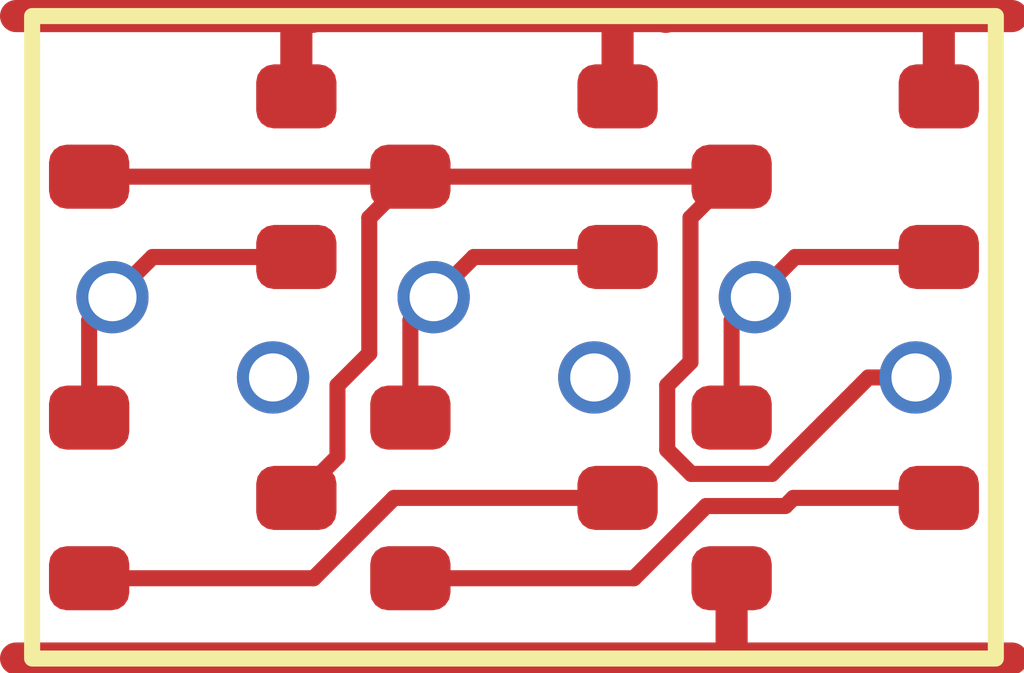
<source format=kicad_pcb>
(kicad_pcb (version 20241229) (generator "pcbnew") (generator_version "9.0")
  (layers (0 "F.Cu" signal) (2 "B.Cu" signal) (13 "F.Paste" user) (15 "B.Paste" user) (5 "F.SilkS" user "F.Silkscreen") (7 "B.SilkS" user "B.Silkscreen") (1 "F.Mask" user) (3 "B.Mask" user) (25 "Edge.Cuts" user))
  (net 0 "")
  (net 1 "GND")
  (net 2 "Y")
  (net 3 "A3")
  (net 4 "VDD")
  (net 5 "A1")
  (net 6 "A2")
  (net 7 "int1")
  (net 8 "int2")
  (footprint "RV523:SOT523" (layer "F.Cu") (at 1 1 180)
    (property "Reference" "N1" (hide yes))
    (property "Value" "" (hide yes))
    (pad "1" smd roundrect (at -0.645 -0.5) (size 0.5 0.399) (layers "F.Cu" "F.Mask" "F.Paste") (roundrect_rratio 0.275) (net 5 "A1"))
    (pad "2" smd roundrect (at -0.645 0.5) (size 0.5 0.399) (layers "F.Cu" "F.Mask" "F.Paste") (roundrect_rratio 0.275) (net 1 "GND"))
    (pad "3" smd roundrect (at 0.645 0) (size 0.5 0.399) (layers "F.Cu" "F.Mask" "F.Paste") (roundrect_rratio 0.275) (net 2 "Y"))
  )
  (footprint "RV523:SOT523" (layer "F.Cu") (at 5 1 180)
    (property "Reference" "N3" (hide yes))
    (property "Value" "" (hide yes))
    (pad "1" smd roundrect (at -0.645 -0.5) (size 0.5 0.399) (layers "F.Cu" "F.Mask" "F.Paste") (roundrect_rratio 0.275) (net 3 "A3"))
    (pad "2" smd roundrect (at -0.645 0.5) (size 0.5 0.399) (layers "F.Cu" "F.Mask" "F.Paste") (roundrect_rratio 0.275) (net 1 "GND"))
    (pad "3" smd roundrect (at 0.645 0) (size 0.5 0.399) (layers "F.Cu" "F.Mask" "F.Paste") (roundrect_rratio 0.275) (net 2 "Y"))
  )
  (footprint "RV523:SOT523" (layer "F.Cu") (at 1 3)
    (property "Reference" "P1" (hide yes))
    (property "Value" "" (hide yes))
    (pad "1" smd roundrect (at -0.645 -0.5 180) (size 0.5 0.399) (layers "F.Cu" "F.Mask" "F.Paste") (roundrect_rratio 0.275) (net 5 "A1"))
    (pad "2" smd roundrect (at -0.645 0.5 180) (size 0.5 0.399) (layers "F.Cu" "F.Mask" "F.Paste") (roundrect_rratio 0.275) (net 7 "int1"))
    (pad "3" smd roundrect (at 0.645 0 180) (size 0.5 0.399) (layers "F.Cu" "F.Mask" "F.Paste") (roundrect_rratio 0.275) (net 2 "Y"))
  )
  (footprint "RV523:SOT523" (layer "F.Cu") (at 3 1 180)
    (property "Reference" "N2" (hide yes))
    (property "Value" "" (hide yes))
    (pad "1" smd roundrect (at -0.645 -0.5) (size 0.5 0.399) (layers "F.Cu" "F.Mask" "F.Paste") (roundrect_rratio 0.275) (net 6 "A2"))
    (pad "2" smd roundrect (at -0.645 0.5) (size 0.5 0.399) (layers "F.Cu" "F.Mask" "F.Paste") (roundrect_rratio 0.275) (net 1 "GND"))
    (pad "3" smd roundrect (at 0.645 0) (size 0.5 0.399) (layers "F.Cu" "F.Mask" "F.Paste") (roundrect_rratio 0.275) (net 2 "Y"))
  )
  (footprint "RV523:SOT523" (layer "F.Cu") (at 3 3)
    (property "Reference" "P2" (hide yes))
    (property "Value" "" (hide yes))
    (pad "1" smd roundrect (at -0.645 -0.5 180) (size 0.5 0.399) (layers "F.Cu" "F.Mask" "F.Paste") (roundrect_rratio 0.275) (net 6 "A2"))
    (pad "2" smd roundrect (at -0.645 0.5 180) (size 0.5 0.399) (layers "F.Cu" "F.Mask" "F.Paste") (roundrect_rratio 0.275) (net 8 "int2"))
    (pad "3" smd roundrect (at 0.645 0 180) (size 0.5 0.399) (layers "F.Cu" "F.Mask" "F.Paste") (roundrect_rratio 0.275) (net 7 "int1"))
  )
  (footprint "RV523:SOT523" (layer "F.Cu") (at 5 3)
    (property "Reference" "P3" (hide yes))
    (property "Value" "" (hide yes))
    (pad "1" smd roundrect (at -0.645 -0.5 180) (size 0.5 0.399) (layers "F.Cu" "F.Mask" "F.Paste") (roundrect_rratio 0.275) (net 3 "A3"))
    (pad "2" smd roundrect (at -0.645 0.5 180) (size 0.5 0.399) (layers "F.Cu" "F.Mask" "F.Paste") (roundrect_rratio 0.275) (net 4 "VDD"))
    (pad "3" smd roundrect (at 0.645 0 180) (size 0.5 0.399) (layers "F.Cu" "F.Mask" "F.Paste") (roundrect_rratio 0.275) (net 8 "int2"))
  )
  (gr_rect (start 0 0) (end 6 4) (stroke (width 0.1)) (fill no) (layer "F.SilkS"))
  (via (at 3.5 2.25) (size 0.45) (drill 0.3) (layers "F.Cu" "B.Cu") (net 0))
  (via (at 1.5 2.25) (size 0.45) (drill 0.3) (layers "F.Cu" "B.Cu") (net 0))
  (segment (start 3.95 0) (end 5.6 0) (width 0.2) (layer "F.Cu") (net 1))
  (segment (start 1.645 0.5) (end 1.645 0.045) (width 0.2) (layer "F.Cu") (net 1))
  (segment (start 3.6 0) (end 3.95 0) (width 0.2) (layer "F.Cu") (net 1))
  (segment (start 5.645 0.045) (end 5.6 0) (width 0.2) (layer "F.Cu") (net 1))
  (segment (start 5.645 0.5) (end 5.645 0.045) (width 0.2) (layer "F.Cu") (net 1))
  (segment (start 1.6 0) (end 1.75 0) (width 0.2) (layer "F.Cu") (net 1))
  (segment (start 3.645 0.5) (end 3.645 0.045) (width 0.2) (layer "F.Cu") (net 1))
  (segment (start 3.945 0.005) (end 3.95 0) (width 0.2) (layer "F.Cu") (net 1))
  (segment (start -0.1 0) (end 1.6 0) (width 0.2) (layer "F.Cu") (net 1))
  (segment (start 3.645 0.045) (end 3.6 0) (width 0.2) (layer "F.Cu") (net 1))
  (segment (start 1.645 0.045) (end 1.6 0) (width 0.2) (layer "F.Cu") (net 1))
  (segment (start 5.6 0) (end 6.1 0) (width 0.2) (layer "F.Cu") (net 1))
  (segment (start 1.75 0) (end 3.6 0) (width 0.2) (layer "F.Cu") (net 1))
  (segment (start 1.745 0.005) (end 1.75 0) (width 0.2) (layer "F.Cu") (net 1))
  (segment (start 4.606312 2.8505) (end 5.206812 2.25) (width 0.1) (layer "F.Cu") (net 2))
  (segment (start 2.355 1) (end 2.099 1.256) (width 0.1) (layer "F.Cu") (net 2))
  (segment (start 0.355 1) (end 2.355 1) (width 0.1) (layer "F.Cu") (net 2))
  (segment (start 4.099 1.256) (end 4.099 2.154188) (width 0.1) (layer "F.Cu") (net 2))
  (segment (start 3.954 2.700812) (end 4.103688 2.8505) (width 0.1) (layer "F.Cu") (net 2))
  (segment (start 3.954 2.299188) (end 3.954 2.700812) (width 0.1) (layer "F.Cu") (net 2))
  (segment (start 2.099 1.256) (end 2.099 2.101) (width 0.1) (layer "F.Cu") (net 2))
  (segment (start 4.355 1) (end 4.099 1.256) (width 0.1) (layer "F.Cu") (net 2))
  (segment (start 1.901 2.299) (end 1.901 2.744) (width 0.1) (layer "F.Cu") (net 2))
  (segment (start 2.099 2.101) (end 1.901 2.299) (width 0.1) (layer "F.Cu") (net 2))
  (segment (start 2.355 1) (end 4.355 1) (width 0.1) (layer "F.Cu") (net 2))
  (segment (start 4.103688 2.8505) (end 4.606312 2.8505) (width 0.1) (layer "F.Cu") (net 2))
  (segment (start 4.099 2.154188) (end 3.954 2.299188) (width 0.1) (layer "F.Cu") (net 2))
  (segment (start 1.901 2.744) (end 1.645 3) (width 0.1) (layer "F.Cu") (net 2))
  (segment (start 5.206812 2.25) (end 5.5 2.25) (width 0.1) (layer "F.Cu") (net 2))
  (via (at 5.5 2.25) (size 0.45) (drill 0.3) (layers "F.Cu" "B.Cu") (net 2))
  (segment (start 5.645 1.5) (end 4.75 1.5) (width 0.1) (layer "F.Cu") (net 3))
  (segment (start 4.355 2.5) (end 4.355 1.895) (width 0.1) (layer "F.Cu") (net 3))
  (segment (start 4.75 1.5) (end 4.5 1.75) (width 0.1) (layer "F.Cu") (net 3))
  (segment (start 4.355 1.895) (end 4.5 1.75) (width 0.1) (layer "F.Cu") (net 3))
  (via (at 4.5 1.75) (size 0.45) (drill 0.3) (layers "F.Cu" "B.Cu") (net 3))
  (segment (start -0.1 4) (end 4.4 4) (width 0.2) (layer "F.Cu") (net 4))
  (segment (start 4.4 4) (end 6.1 4) (width 0.2) (layer "F.Cu") (net 4))
  (segment (start 4.355 3.955) (end 4.4 4) (width 0.2) (layer "F.Cu") (net 4))
  (segment (start 4.355 3.5) (end 4.355 3.955) (width 0.2) (layer "F.Cu") (net 4))
  (segment (start 0.75 1.5) (end 0.5 1.75) (width 0.1) (layer "F.Cu") (net 5))
  (segment (start 1.645 1.5) (end 0.75 1.5) (width 0.1) (layer "F.Cu") (net 5))
  (segment (start 0.355 1.895) (end 0.5 1.75) (width 0.1) (layer "F.Cu") (net 5))
  (segment (start 0.355 2.5) (end 0.355 1.895) (width 0.1) (layer "F.Cu") (net 5))
  (via (at 0.5 1.75) (size 0.45) (drill 0.3) (layers "F.Cu" "B.Cu") (net 5))
  (segment (start 2.75 1.5) (end 2.5 1.75) (width 0.1) (layer "F.Cu") (net 6))
  (segment (start 3.645 1.5) (end 2.75 1.5) (width 0.1) (layer "F.Cu") (net 6))
  (segment (start 2.355 1.895) (end 2.5 1.75) (width 0.1) (layer "F.Cu") (net 6))
  (segment (start 2.355 2.5) (end 2.355 1.895) (width 0.1) (layer "F.Cu") (net 6))
  (via (at 2.5 1.75) (size 0.45) (drill 0.3) (layers "F.Cu" "B.Cu") (net 6))
  (segment (start 0.355 3.5) (end 1.753188 3.5) (width 0.1) (layer "F.Cu") (net 7))
  (segment (start 2.253188 3) (end 3.645 3) (width 0.1) (layer "F.Cu") (net 7))
  (segment (start 1.753188 3.5) (end 2.253188 3) (width 0.1) (layer "F.Cu") (net 7))
  (segment (start 4.739655 3) (end 5.645 3) (width 0.1) (layer "F.Cu") (net 8))
  (segment (start 2.355 3.5) (end 3.746812 3.5) (width 0.1) (layer "F.Cu") (net 8))
  (segment (start 4.689154 3.0505) (end 4.739655 3) (width 0.1) (layer "F.Cu") (net 8))
  (segment (start 3.746812 3.5) (end 4.196312 3.0505) (width 0.1) (layer "F.Cu") (net 8))
  (segment (start 4.196312 3.0505) (end 4.689154 3.0505) (width 0.1) (layer "F.Cu") (net 8))
)
</source>
